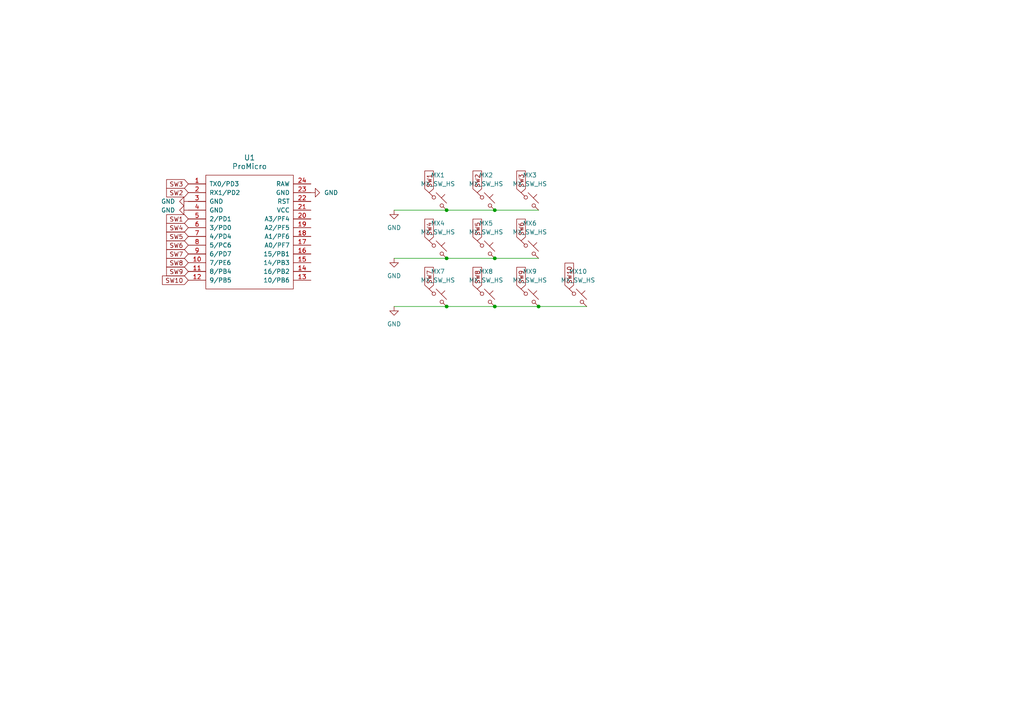
<source format=kicad_sch>
(kicad_sch (version 20230121) (generator eeschema)
  (paper "A4")
  (lib_symbols
    (symbol "keebio:ProMicro" (pin_names (offset 1.016))
      (property "Reference" "U" (at 0 0 0))
      (property "Value" "ProMicro" (at 0 -19.05 0))
      (symbol "ProMicro_0_1"
        (rectangle (start -12.7 -16.51) (end 12.7 16.51))
      )
      (symbol "ProMicro_1_1"
        (pin input line (at -17.78 13.97 0) (length 5.08) (name "TX0/PD3") (number "1"))
        (pin input line (at -17.78 -8.89 0) (length 5.08) (name "7/PE6") (number "10"))
        (pin input line (at -17.78 -11.43 0) (length 5.08) (name "8/PB4") (number "11"))
        (pin input line (at -17.78 -13.97 0) (length 5.08) (name "9/PB5") (number "12"))
        (pin input line (at 17.78 -13.97 180) (length 5.08) (name "10/PB6") (number "13"))
        (pin input line (at 17.78 -11.43 180) (length 5.08) (name "16/PB2") (number "14"))
        (pin input line (at 17.78 -8.89 180) (length 5.08) (name "14/PB3") (number "15"))
        (pin input line (at 17.78 -6.35 180) (length 5.08) (name "15/PB1") (number "16"))
        (pin input line (at 17.78 -3.81 180) (length 5.08) (name "A0/PF7") (number "17"))
        (pin input line (at 17.78 -1.27 180) (length 5.08) (name "A1/PF6") (number "18"))
        (pin input line (at 17.78 1.27 180) (length 5.08) (name "A2/PF5") (number "19"))
        (pin input line (at -17.78 11.43 0) (length 5.08) (name "RX1/PD2") (number "2"))
        (pin input line (at 17.78 3.81 180) (length 5.08) (name "A3/PF4") (number "20"))
        (pin input line (at 17.78 6.35 180) (length 5.08) (name "VCC") (number "21"))
        (pin input line (at 17.78 8.89 180) (length 5.08) (name "RST") (number "22"))
        (pin input line (at 17.78 11.43 180) (length 5.08) (name "GND") (number "23"))
        (pin input line (at 17.78 13.97 180) (length 5.08) (name "RAW") (number "24"))
        (pin input line (at -17.78 8.89 0) (length 5.08) (name "GND") (number "3"))
        (pin input line (at -17.78 6.35 0) (length 5.08) (name "GND") (number "4"))
        (pin input line (at -17.78 3.81 0) (length 5.08) (name "2/PD1") (number "5"))
        (pin input line (at -17.78 1.27 0) (length 5.08) (name "3/PD0") (number "6"))
        (pin input line (at -17.78 -1.27 0) (length 5.08) (name "4/PD4") (number "7"))
        (pin input line (at -17.78 -3.81 0) (length 5.08) (name "5/PC6") (number "8"))
        (pin input line (at -17.78 -6.35 0) (length 5.08) (name "6/PD7") (number "9"))
      )
    )
    (symbol "marbastlib-mx:MX_SW_HS" (pin_numbers hide) (pin_names (offset 1.016) hide)
      (property "Reference" "MX" (at 3.048 1.016 0))
      (property "Value" "MX_SW_HS" (at 0 -3.81 0))
      (symbol "MX_SW_HS_0_1"
        (circle (center -1.1684 1.1684) (radius 0.508))
        (polyline (pts (xy -0.508 2.54) (xy 2.54 -0.508)))
        (polyline (pts (xy 1.016 1.016) (xy 2.032 2.032)))
        (polyline (pts (xy -2.54 2.54) (xy -1.524 1.524) (xy -1.524 1.524)))
        (polyline (pts (xy 1.524 -1.524) (xy 2.54 -2.54) (xy 2.54 -2.54) (xy 2.54 -2.54)))
        (circle (center 1.143 -1.1938) (radius 0.508))
        (pin passive line (at -2.54 2.54 0) (length 0) (name "1") (number "1"))
        (pin passive line (at 2.54 -2.54 180) (length 0) (name "2") (number "2"))
      )
    )
    (symbol "power:GND" (power) (pin_names (offset 0))
      (property "Value" "GND" (at 0 -3.81 0))
      (symbol "GND_0_1"
        (polyline (pts (xy 0 0) (xy 0 -1.27) (xy 1.27 -1.27) (xy 0 -2.54) (xy -1.27 -1.27) (xy 0 -1.27)))
      )
      (symbol "GND_1_1"
        (pin power_in line (at 0 0 270) (length 0) hide (name "GND") (number "1"))
      )
    )
  )
  (junction (at 129.54 88.9))
  (junction (at 143.51 88.9))
  (junction (at 129.54 60.96))
  (junction (at 156.21 88.9))
  (junction (at 143.51 60.96))
  (junction (at 129.54 74.93))
  (junction (at 143.51 74.93))
  (wire (pts (xy 129.54 88.9) (xy 143.51 88.9)))
  (wire (pts (xy 114.3 60.96) (xy 129.54 60.96)))
  (wire (pts (xy 143.51 88.9) (xy 156.21 88.9)))
  (wire (pts (xy 143.51 60.96) (xy 156.21 60.96)))
  (wire (pts (xy 129.54 74.93) (xy 143.51 74.93)))
  (wire (pts (xy 114.3 88.9) (xy 129.54 88.9)))
  (wire (pts (xy 143.51 74.93) (xy 156.21 74.93)))
  (wire (pts (xy 129.54 60.96) (xy 143.51 60.96)))
  (wire (pts (xy 156.21 88.9) (xy 170.18 88.9)))
  (wire (pts (xy 114.3 74.93) (xy 129.54 74.93)))
  (global_label "SW8" (shape input) (at 54.61 76.2 180) (property "Intersheetrefs" "${INTERSHEET_REFS}" (effects hide)))
  (global_label "SW10" (shape input) (at 165.1 83.82 90) (property "Intersheetrefs" "${INTERSHEET_REFS}" (effects hide)))
  (global_label "SW7" (shape input) (at 124.46 83.82 90) (property "Intersheetrefs" "${INTERSHEET_REFS}" (effects hide)))
  (global_label "SW2" (shape input) (at 138.43 55.88 90) (property "Intersheetrefs" "${INTERSHEET_REFS}" (effects hide)))
  (global_label "SW9" (shape input) (at 151.13 83.82 90) (property "Intersheetrefs" "${INTERSHEET_REFS}" (effects hide)))
  (global_label "SW3" (shape input) (at 54.61 53.34 180) (property "Intersheetrefs" "${INTERSHEET_REFS}" (effects hide)))
  (global_label "SW1" (shape input) (at 54.61 63.5 180) (property "Intersheetrefs" "${INTERSHEET_REFS}" (effects hide)))
  (global_label "SW9" (shape input) (at 54.61 78.74 180) (property "Intersheetrefs" "${INTERSHEET_REFS}" (effects hide)))
  (global_label "SW8" (shape input) (at 138.43 83.82 90) (property "Intersheetrefs" "${INTERSHEET_REFS}" (effects hide)))
  (global_label "SW4" (shape input) (at 124.46 69.85 90) (property "Intersheetrefs" "${INTERSHEET_REFS}" (effects hide)))
  (global_label "SW6" (shape input) (at 54.61 71.12 180) (property "Intersheetrefs" "${INTERSHEET_REFS}" (effects hide)))
  (global_label "SW4" (shape input) (at 54.61 66.04 180) (property "Intersheetrefs" "${INTERSHEET_REFS}" (effects hide)))
  (global_label "SW6" (shape input) (at 151.13 69.85 90) (property "Intersheetrefs" "${INTERSHEET_REFS}" (effects hide)))
  (global_label "SW5" (shape input) (at 54.61 68.58 180) (property "Intersheetrefs" "${INTERSHEET_REFS}" (effects hide)))
  (global_label "SW5" (shape input) (at 138.43 69.85 90) (property "Intersheetrefs" "${INTERSHEET_REFS}" (effects hide)))
  (global_label "SW1" (shape input) (at 124.46 55.88 90) (property "Intersheetrefs" "${INTERSHEET_REFS}" (effects hide)))
  (global_label "SW7" (shape input) (at 54.61 73.66 180) (property "Intersheetrefs" "${INTERSHEET_REFS}" (effects hide)))
  (global_label "SW3" (shape input) (at 151.13 55.88 90) (property "Intersheetrefs" "${INTERSHEET_REFS}" (effects hide)))
  (global_label "SW2" (shape input) (at 54.61 55.88 180) (property "Intersheetrefs" "${INTERSHEET_REFS}" (effects hide)))
  (global_label "SW10" (shape input) (at 54.61 81.28 180) (property "Intersheetrefs" "${INTERSHEET_REFS}" (effects hide)))
  (symbol (lib_id "marbastlib-mx:MX_SW_HS") (at 167.64 86.36 0) (unit 1)
    (property "Reference" "MX10" (at 167.64 78.74 0))
    (property "Value" "MX_SW_HS" (at 167.64 81.28 0))
    (property "Footprint" "marbastlib-mx:SW_MX_HS_1u" (effects hide))
  )
  (symbol (lib_id "marbastlib-mx:MX_SW_HS") (at 153.67 86.36 0) (unit 1)
    (property "Reference" "MX9" (at 153.67 78.74 0))
    (property "Value" "MX_SW_HS" (at 153.67 81.28 0))
    (property "Footprint" "marbastlib-mx:SW_MX_HS_1u" (effects hide))
  )
  (symbol (lib_id "marbastlib-mx:MX_SW_HS") (at 153.67 58.42 0) (unit 1)
    (property "Reference" "MX3" (at 153.67 50.8 0))
    (property "Value" "MX_SW_HS" (at 153.67 53.34 0))
    (property "Footprint" "marbastlib-mx:SW_MX_HS_1u" (effects hide))
  )
  (symbol (lib_id "marbastlib-mx:MX_SW_HS") (at 153.67 72.39 0) (unit 1)
    (property "Reference" "MX6" (at 153.67 64.77 0))
    (property "Value" "MX_SW_HS" (at 153.67 67.31 0))
    (property "Footprint" "marbastlib-mx:SW_MX_HS_1u" (effects hide))
  )
  (symbol (lib_id "marbastlib-mx:MX_SW_HS") (at 127 86.36 0) (unit 1)
    (property "Reference" "MX7" (at 127 78.74 0))
    (property "Value" "MX_SW_HS" (at 127 81.28 0))
    (property "Footprint" "marbastlib-mx:SW_MX_HS_1u" (effects hide))
  )
  (symbol (lib_id "power:GND") (at 114.3 74.93 0) (unit 1)
    (property "Reference" "#PWR02" (effects hide))
    (property "Value" "GND" (at 114.3 80.01 0))
  )
  (symbol (lib_id "marbastlib-mx:MX_SW_HS") (at 127 58.42 0) (unit 1)
    (property "Reference" "MX1" (at 127 50.8 0))
    (property "Value" "MX_SW_HS" (at 127 53.34 0))
    (property "Footprint" "marbastlib-mx:SW_MX_HS_1u" (effects hide))
  )
  (symbol (lib_id "power:GND") (at 114.3 60.96 0) (unit 1)
    (property "Reference" "#PWR01" (effects hide))
    (property "Value" "GND" (at 114.3 66.04 0))
  )
  (symbol (lib_id "power:GND") (at 54.61 58.42 270) (unit 1)
    (property "Reference" "#PWR05" (effects hide))
    (property "Value" "GND" (at 50.8 58.42 90) (effects (justify right)))
  )
  (symbol (lib_id "marbastlib-mx:MX_SW_HS") (at 140.97 58.42 0) (unit 1)
    (property "Reference" "MX2" (at 140.97 50.8 0))
    (property "Value" "MX_SW_HS" (at 140.97 53.34 0))
    (property "Footprint" "marbastlib-mx:SW_MX_HS_1u" (effects hide))
  )
  (symbol (lib_id "keebio:ProMicro") (at 72.39 67.31 0) (unit 1)
    (property "Reference" "U1" (at 72.39 45.72 0) (effects (font (size 1.524 1.524))))
    (property "Value" "ProMicro" (at 72.39 48.26 0) (effects (font (size 1.524 1.524))))
    (property "Footprint" "Keebio-Parts:ArduinoProMicro" (effects hide))
  )
  (symbol (lib_id "marbastlib-mx:MX_SW_HS") (at 140.97 86.36 0) (unit 1)
    (property "Reference" "MX8" (at 140.97 78.74 0))
    (property "Value" "MX_SW_HS" (at 140.97 81.28 0))
    (property "Footprint" "marbastlib-mx:SW_MX_HS_1u" (effects hide))
  )
  (symbol (lib_id "power:GND") (at 90.17 55.88 90) (unit 1)
    (property "Reference" "#PWR04" (effects hide))
    (property "Value" "GND" (at 93.98 55.88 90) (effects (justify right)))
  )
  (symbol (lib_id "marbastlib-mx:MX_SW_HS") (at 127 72.39 0) (unit 1)
    (property "Reference" "MX4" (at 127 64.77 0))
    (property "Value" "MX_SW_HS" (at 127 67.31 0))
    (property "Footprint" "marbastlib-mx:SW_MX_HS_1u" (effects hide))
  )
  (symbol (lib_id "power:GND") (at 114.3 88.9 0) (unit 1)
    (property "Reference" "#PWR03" (effects hide))
    (property "Value" "GND" (at 114.3 93.98 0))
  )
  (symbol (lib_id "power:GND") (at 54.61 60.96 270) (unit 1)
    (property "Reference" "#PWR06" (effects hide))
    (property "Value" "GND" (at 50.8 60.96 90) (effects (justify right)))
  )
  (symbol (lib_id "marbastlib-mx:MX_SW_HS") (at 140.97 72.39 0) (unit 1)
    (property "Reference" "MX5" (at 140.97 64.77 0))
    (property "Value" "MX_SW_HS" (at 140.97 67.31 0))
    (property "Footprint" "marbastlib-mx:SW_MX_HS_1u" (effects hide))
  )
)
</source>
